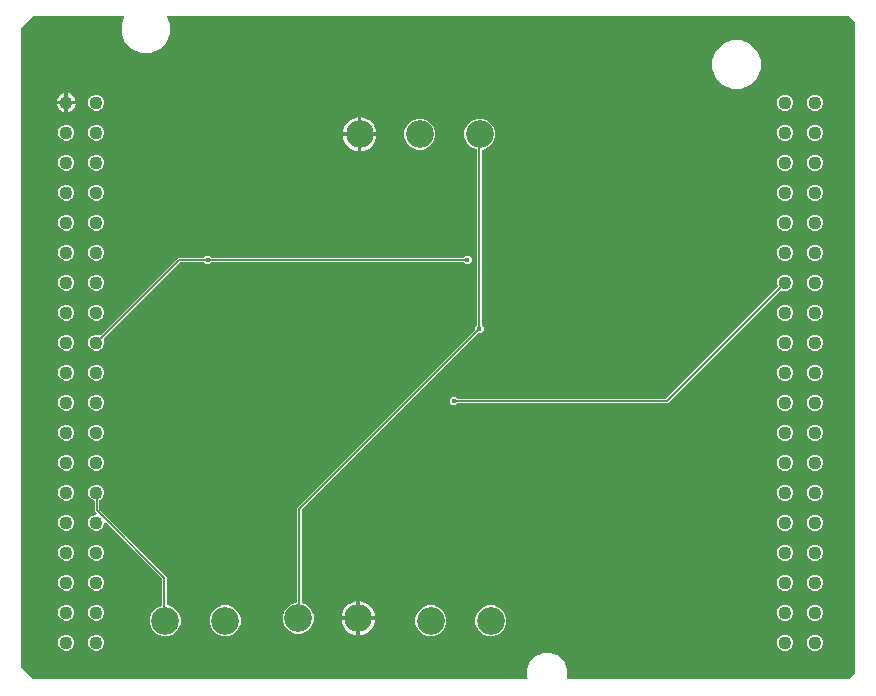
<source format=gbr>
G04 EAGLE Gerber RS-274X export*
G75*
%MOMM*%
%FSLAX34Y34*%
%LPD*%
%INBottom Copper*%
%IPPOS*%
%AMOC8*
5,1,8,0,0,1.08239X$1,22.5*%
G01*
%ADD10C,1.108000*%
%ADD11C,2.340000*%
%ADD12C,0.127000*%
%ADD13C,0.452400*%

G36*
X432891Y4246D02*
X432891Y4246D01*
X432937Y4244D01*
X433012Y4266D01*
X433088Y4279D01*
X433129Y4300D01*
X433173Y4313D01*
X433237Y4357D01*
X433306Y4394D01*
X433337Y4427D01*
X433375Y4453D01*
X433422Y4515D01*
X433475Y4572D01*
X433494Y4614D01*
X433522Y4650D01*
X433546Y4724D01*
X433579Y4795D01*
X433584Y4841D01*
X433598Y4884D01*
X433597Y4962D01*
X433606Y5039D01*
X433596Y5084D01*
X433596Y5130D01*
X433558Y5262D01*
X433554Y5280D01*
X433551Y5284D01*
X433549Y5291D01*
X432999Y6618D01*
X432999Y13382D01*
X435587Y19630D01*
X440370Y24413D01*
X446618Y27001D01*
X453382Y27001D01*
X459630Y24413D01*
X464413Y19630D01*
X467001Y13382D01*
X467001Y6618D01*
X466451Y5291D01*
X466441Y5247D01*
X466421Y5205D01*
X466413Y5128D01*
X466395Y5052D01*
X466399Y5006D01*
X466394Y4961D01*
X466411Y4884D01*
X466418Y4807D01*
X466437Y4765D01*
X466446Y4720D01*
X466486Y4653D01*
X466518Y4582D01*
X466549Y4548D01*
X466573Y4509D01*
X466632Y4459D01*
X466684Y4401D01*
X466725Y4379D01*
X466759Y4349D01*
X466832Y4320D01*
X466900Y4283D01*
X466945Y4274D01*
X466988Y4257D01*
X467124Y4242D01*
X467142Y4239D01*
X467147Y4240D01*
X467154Y4239D01*
X705000Y4239D01*
X705090Y4254D01*
X705181Y4261D01*
X705211Y4273D01*
X705243Y4279D01*
X705323Y4321D01*
X705407Y4357D01*
X705439Y4383D01*
X705460Y4394D01*
X705482Y4417D01*
X705538Y4462D01*
X710538Y9462D01*
X710591Y9536D01*
X710651Y9605D01*
X710663Y9635D01*
X710682Y9661D01*
X710709Y9748D01*
X710743Y9833D01*
X710747Y9874D01*
X710754Y9897D01*
X710753Y9929D01*
X710761Y10000D01*
X710761Y560000D01*
X710747Y560090D01*
X710739Y560181D01*
X710727Y560211D01*
X710722Y560243D01*
X710679Y560323D01*
X710643Y560407D01*
X710617Y560439D01*
X710606Y560460D01*
X710583Y560482D01*
X710538Y560538D01*
X705538Y565538D01*
X705464Y565591D01*
X705395Y565651D01*
X705365Y565663D01*
X705339Y565682D01*
X705252Y565709D01*
X705167Y565743D01*
X705126Y565747D01*
X705103Y565754D01*
X705071Y565753D01*
X705000Y565761D01*
X128872Y565761D01*
X128826Y565754D01*
X128781Y565756D01*
X128706Y565734D01*
X128629Y565722D01*
X128588Y565700D01*
X128544Y565687D01*
X128480Y565643D01*
X128412Y565606D01*
X128380Y565573D01*
X128342Y565547D01*
X128296Y565484D01*
X128242Y565428D01*
X128223Y565386D01*
X128195Y565350D01*
X128171Y565276D01*
X128139Y565205D01*
X128133Y565159D01*
X128119Y565116D01*
X128120Y565038D01*
X128111Y564961D01*
X128121Y564916D01*
X128122Y564870D01*
X128160Y564738D01*
X128164Y564720D01*
X128166Y564716D01*
X128168Y564709D01*
X130501Y559078D01*
X130501Y550922D01*
X127380Y543387D01*
X121613Y537620D01*
X114078Y534499D01*
X105922Y534499D01*
X98387Y537620D01*
X92620Y543387D01*
X89499Y550922D01*
X89499Y559078D01*
X91832Y564709D01*
X91842Y564753D01*
X91861Y564795D01*
X91870Y564872D01*
X91888Y564948D01*
X91883Y564994D01*
X91889Y565039D01*
X91872Y565116D01*
X91865Y565193D01*
X91846Y565235D01*
X91836Y565280D01*
X91796Y565347D01*
X91765Y565418D01*
X91734Y565452D01*
X91710Y565491D01*
X91651Y565542D01*
X91598Y565599D01*
X91558Y565621D01*
X91523Y565651D01*
X91451Y565680D01*
X91383Y565717D01*
X91338Y565726D01*
X91295Y565743D01*
X91159Y565758D01*
X91141Y565761D01*
X91136Y565760D01*
X91128Y565761D01*
X15000Y565761D01*
X14910Y565747D01*
X14819Y565739D01*
X14789Y565727D01*
X14757Y565722D01*
X14677Y565679D01*
X14593Y565643D01*
X14561Y565617D01*
X14540Y565606D01*
X14518Y565583D01*
X14462Y565538D01*
X4462Y555538D01*
X4409Y555464D01*
X4349Y555395D01*
X4337Y555365D01*
X4318Y555339D01*
X4291Y555252D01*
X4257Y555167D01*
X4253Y555126D01*
X4246Y555103D01*
X4247Y555071D01*
X4239Y555000D01*
X4239Y15000D01*
X4254Y14910D01*
X4261Y14819D01*
X4273Y14789D01*
X4279Y14757D01*
X4321Y14677D01*
X4357Y14593D01*
X4383Y14561D01*
X4394Y14540D01*
X4417Y14518D01*
X4462Y14462D01*
X14462Y4462D01*
X14536Y4409D01*
X14605Y4349D01*
X14635Y4337D01*
X14661Y4318D01*
X14748Y4291D01*
X14833Y4257D01*
X14874Y4253D01*
X14897Y4246D01*
X14929Y4247D01*
X15000Y4239D01*
X432846Y4239D01*
X432891Y4246D01*
G37*
%LPC*%
G36*
X236509Y43079D02*
X236509Y43079D01*
X231742Y45054D01*
X228093Y48703D01*
X226118Y53470D01*
X226118Y58630D01*
X228093Y63397D01*
X231742Y67046D01*
X236509Y69021D01*
X237363Y69021D01*
X237383Y69024D01*
X237402Y69022D01*
X237504Y69044D01*
X237606Y69060D01*
X237623Y69070D01*
X237643Y69074D01*
X237732Y69127D01*
X237823Y69176D01*
X237837Y69190D01*
X237854Y69200D01*
X237921Y69279D01*
X237993Y69354D01*
X238001Y69372D01*
X238014Y69387D01*
X238053Y69483D01*
X238096Y69577D01*
X238098Y69597D01*
X238106Y69615D01*
X238124Y69782D01*
X238124Y149379D01*
X388674Y299929D01*
X388727Y300003D01*
X388787Y300073D01*
X388799Y300103D01*
X388818Y300129D01*
X388845Y300216D01*
X388879Y300301D01*
X388883Y300342D01*
X388890Y300364D01*
X388889Y300396D01*
X388897Y300468D01*
X388897Y302453D01*
X390301Y303857D01*
X390354Y303931D01*
X390414Y304001D01*
X390426Y304031D01*
X390445Y304057D01*
X390472Y304144D01*
X390506Y304229D01*
X390510Y304270D01*
X390517Y304292D01*
X390516Y304324D01*
X390524Y304396D01*
X390524Y452208D01*
X390505Y452322D01*
X390488Y452439D01*
X390486Y452444D01*
X390485Y452450D01*
X390430Y452553D01*
X390377Y452658D01*
X390372Y452662D01*
X390369Y452668D01*
X390285Y452748D01*
X390201Y452830D01*
X390195Y452834D01*
X390191Y452837D01*
X390174Y452845D01*
X390054Y452911D01*
X385364Y454854D01*
X381715Y458503D01*
X379740Y463270D01*
X379740Y468430D01*
X381715Y473197D01*
X385364Y476846D01*
X390131Y478821D01*
X395291Y478821D01*
X400058Y476846D01*
X403707Y473197D01*
X405682Y468430D01*
X405682Y463270D01*
X403707Y458503D01*
X400058Y454854D01*
X395291Y452879D01*
X395097Y452879D01*
X395077Y452876D01*
X395058Y452878D01*
X394956Y452856D01*
X394854Y452840D01*
X394837Y452830D01*
X394817Y452826D01*
X394728Y452773D01*
X394637Y452724D01*
X394623Y452710D01*
X394606Y452700D01*
X394539Y452621D01*
X394467Y452546D01*
X394459Y452528D01*
X394446Y452513D01*
X394407Y452417D01*
X394364Y452323D01*
X394362Y452303D01*
X394354Y452285D01*
X394336Y452118D01*
X394336Y304396D01*
X394350Y304306D01*
X394358Y304215D01*
X394370Y304185D01*
X394375Y304153D01*
X394418Y304072D01*
X394454Y303988D01*
X394480Y303956D01*
X394491Y303935D01*
X394514Y303913D01*
X394559Y303857D01*
X395963Y302453D01*
X395963Y299527D01*
X393893Y297457D01*
X391908Y297457D01*
X391818Y297443D01*
X391727Y297435D01*
X391697Y297423D01*
X391665Y297418D01*
X391584Y297375D01*
X391500Y297339D01*
X391468Y297313D01*
X391448Y297302D01*
X391425Y297279D01*
X391369Y297234D01*
X242159Y148024D01*
X242106Y147950D01*
X242046Y147880D01*
X242034Y147850D01*
X242015Y147824D01*
X241988Y147737D01*
X241954Y147652D01*
X241950Y147611D01*
X241943Y147589D01*
X241944Y147557D01*
X241936Y147485D01*
X241936Y69419D01*
X241955Y69304D01*
X241972Y69188D01*
X241974Y69182D01*
X241975Y69176D01*
X242030Y69074D01*
X242083Y68969D01*
X242088Y68964D01*
X242091Y68959D01*
X242175Y68879D01*
X242259Y68796D01*
X242265Y68793D01*
X242269Y68789D01*
X242286Y68782D01*
X242406Y68716D01*
X246436Y67046D01*
X250085Y63397D01*
X252060Y58630D01*
X252060Y53470D01*
X250085Y48703D01*
X246436Y45054D01*
X241669Y43079D01*
X236509Y43079D01*
G37*
%LPD*%
%LPC*%
G36*
X66645Y282589D02*
X66645Y282589D01*
X64142Y283626D01*
X62226Y285542D01*
X61189Y288045D01*
X61189Y290755D01*
X62226Y293258D01*
X64142Y295174D01*
X66645Y296211D01*
X69355Y296211D01*
X71134Y295474D01*
X71248Y295447D01*
X71361Y295418D01*
X71367Y295419D01*
X71374Y295418D01*
X71490Y295429D01*
X71606Y295438D01*
X71612Y295440D01*
X71618Y295441D01*
X71726Y295488D01*
X71833Y295534D01*
X71839Y295539D01*
X71843Y295541D01*
X71857Y295553D01*
X71964Y295639D01*
X137641Y361316D01*
X159154Y361316D01*
X159244Y361330D01*
X159335Y361338D01*
X159365Y361350D01*
X159397Y361355D01*
X159478Y361398D01*
X159562Y361434D01*
X159594Y361460D01*
X159614Y361471D01*
X159637Y361494D01*
X159693Y361539D01*
X161097Y362943D01*
X164023Y362943D01*
X165427Y361539D01*
X165501Y361486D01*
X165571Y361426D01*
X165601Y361414D01*
X165627Y361395D01*
X165714Y361368D01*
X165799Y361334D01*
X165840Y361330D01*
X165862Y361323D01*
X165894Y361324D01*
X165966Y361316D01*
X378864Y361316D01*
X378954Y361330D01*
X379045Y361338D01*
X379075Y361350D01*
X379107Y361355D01*
X379188Y361398D01*
X379272Y361434D01*
X379304Y361460D01*
X379324Y361471D01*
X379347Y361494D01*
X379403Y361539D01*
X380807Y362943D01*
X383733Y362943D01*
X385803Y360873D01*
X385803Y357947D01*
X383733Y355877D01*
X380807Y355877D01*
X379403Y357281D01*
X379329Y357334D01*
X379259Y357394D01*
X379229Y357406D01*
X379203Y357425D01*
X379116Y357452D01*
X379031Y357486D01*
X378990Y357490D01*
X378968Y357497D01*
X378936Y357496D01*
X378864Y357504D01*
X165966Y357504D01*
X165876Y357490D01*
X165785Y357482D01*
X165755Y357470D01*
X165723Y357465D01*
X165642Y357422D01*
X165558Y357386D01*
X165526Y357360D01*
X165506Y357349D01*
X165483Y357326D01*
X165427Y357281D01*
X164023Y355877D01*
X161097Y355877D01*
X159693Y357281D01*
X159619Y357334D01*
X159549Y357394D01*
X159519Y357406D01*
X159493Y357425D01*
X159406Y357452D01*
X159321Y357486D01*
X159280Y357490D01*
X159258Y357497D01*
X159226Y357496D01*
X159154Y357504D01*
X139535Y357504D01*
X139445Y357490D01*
X139354Y357482D01*
X139324Y357470D01*
X139292Y357465D01*
X139211Y357422D01*
X139127Y357386D01*
X139095Y357360D01*
X139075Y357349D01*
X139052Y357326D01*
X138996Y357281D01*
X74485Y292770D01*
X74417Y292675D01*
X74347Y292581D01*
X74345Y292575D01*
X74341Y292570D01*
X74307Y292459D01*
X74271Y292347D01*
X74271Y292341D01*
X74269Y292335D01*
X74272Y292218D01*
X74273Y292101D01*
X74275Y292094D01*
X74275Y292089D01*
X74282Y292072D01*
X74320Y291940D01*
X74811Y290755D01*
X74811Y288045D01*
X73774Y285542D01*
X71858Y283626D01*
X69355Y282589D01*
X66645Y282589D01*
G37*
%LPD*%
%LPC*%
G36*
X369377Y236497D02*
X369377Y236497D01*
X367307Y238567D01*
X367307Y241493D01*
X369377Y243563D01*
X372303Y243563D01*
X373707Y242159D01*
X373781Y242106D01*
X373851Y242046D01*
X373881Y242034D01*
X373907Y242015D01*
X373994Y241988D01*
X374079Y241954D01*
X374120Y241950D01*
X374142Y241943D01*
X374174Y241944D01*
X374246Y241936D01*
X550075Y241936D01*
X550165Y241950D01*
X550256Y241958D01*
X550286Y241970D01*
X550318Y241975D01*
X550399Y242018D01*
X550483Y242054D01*
X550515Y242080D01*
X550535Y242091D01*
X550558Y242114D01*
X550614Y242159D01*
X644882Y336427D01*
X644950Y336521D01*
X645020Y336616D01*
X645022Y336622D01*
X645026Y336627D01*
X645060Y336738D01*
X645096Y336850D01*
X645096Y336856D01*
X645098Y336862D01*
X645095Y336979D01*
X645094Y337096D01*
X645092Y337103D01*
X645092Y337108D01*
X645085Y337126D01*
X645047Y337257D01*
X644389Y338845D01*
X644389Y341555D01*
X645426Y344058D01*
X647342Y345974D01*
X649845Y347011D01*
X652555Y347011D01*
X655058Y345974D01*
X656974Y344058D01*
X658011Y341555D01*
X658011Y338845D01*
X656974Y336342D01*
X655058Y334426D01*
X652555Y333389D01*
X649845Y333389D01*
X648469Y333959D01*
X648355Y333986D01*
X648242Y334015D01*
X648236Y334014D01*
X648230Y334015D01*
X648113Y334004D01*
X647997Y333995D01*
X647991Y333993D01*
X647985Y333992D01*
X647877Y333945D01*
X647770Y333899D01*
X647765Y333894D01*
X647760Y333892D01*
X647746Y333880D01*
X647639Y333794D01*
X551969Y238124D01*
X374246Y238124D01*
X374156Y238110D01*
X374065Y238102D01*
X374035Y238090D01*
X374003Y238085D01*
X373922Y238042D01*
X373838Y238006D01*
X373806Y237980D01*
X373786Y237969D01*
X373763Y237946D01*
X373707Y237901D01*
X372303Y236497D01*
X369377Y236497D01*
G37*
%LPD*%
%LPC*%
G36*
X605922Y504499D02*
X605922Y504499D01*
X598387Y507620D01*
X592620Y513387D01*
X589499Y520922D01*
X589499Y529078D01*
X592620Y536613D01*
X598387Y542380D01*
X605922Y545501D01*
X614078Y545501D01*
X621613Y542380D01*
X627380Y536613D01*
X630501Y529078D01*
X630501Y520922D01*
X627380Y513387D01*
X621613Y507620D01*
X614078Y504499D01*
X605922Y504499D01*
G37*
%LPD*%
%LPC*%
G36*
X123909Y41079D02*
X123909Y41079D01*
X119142Y43054D01*
X115493Y46703D01*
X113518Y51470D01*
X113518Y56630D01*
X115493Y61397D01*
X119142Y65046D01*
X123354Y66791D01*
X123454Y66853D01*
X123554Y66913D01*
X123558Y66917D01*
X123563Y66921D01*
X123638Y67011D01*
X123714Y67099D01*
X123716Y67105D01*
X123720Y67110D01*
X123761Y67218D01*
X123806Y67328D01*
X123807Y67335D01*
X123808Y67340D01*
X123809Y67358D01*
X123824Y67494D01*
X123824Y89065D01*
X123810Y89155D01*
X123802Y89246D01*
X123790Y89276D01*
X123785Y89308D01*
X123742Y89389D01*
X123706Y89473D01*
X123680Y89505D01*
X123669Y89525D01*
X123646Y89548D01*
X123601Y89604D01*
X76110Y137095D01*
X76052Y137136D01*
X76000Y137186D01*
X75953Y137208D01*
X75911Y137238D01*
X75842Y137259D01*
X75777Y137289D01*
X75725Y137295D01*
X75675Y137311D01*
X75604Y137309D01*
X75533Y137317D01*
X75482Y137306D01*
X75430Y137304D01*
X75362Y137280D01*
X75292Y137264D01*
X75247Y137238D01*
X75199Y137220D01*
X75143Y137175D01*
X75081Y137138D01*
X75047Y137099D01*
X75007Y137066D01*
X74968Y137006D01*
X74921Y136951D01*
X74902Y136903D01*
X74874Y136859D01*
X74856Y136790D01*
X74829Y136723D01*
X74821Y136652D01*
X74813Y136621D01*
X74815Y136597D01*
X74811Y136556D01*
X74811Y135645D01*
X73774Y133142D01*
X71858Y131226D01*
X69355Y130189D01*
X66645Y130189D01*
X64142Y131226D01*
X62226Y133142D01*
X61189Y135645D01*
X61189Y138355D01*
X62226Y140858D01*
X64142Y142774D01*
X66645Y143811D01*
X67556Y143811D01*
X67627Y143822D01*
X67699Y143824D01*
X67748Y143842D01*
X67799Y143850D01*
X67862Y143884D01*
X67930Y143909D01*
X67970Y143941D01*
X68016Y143966D01*
X68066Y144018D01*
X68122Y144062D01*
X68150Y144106D01*
X68186Y144144D01*
X68216Y144209D01*
X68255Y144269D01*
X68268Y144320D01*
X68289Y144367D01*
X68297Y144438D01*
X68315Y144508D01*
X68311Y144560D01*
X68317Y144611D01*
X68301Y144682D01*
X68296Y144753D01*
X68275Y144801D01*
X68264Y144852D01*
X68228Y144913D01*
X68199Y144979D01*
X68155Y145035D01*
X68138Y145063D01*
X68120Y145078D01*
X68095Y145110D01*
X66674Y146531D01*
X66674Y155069D01*
X66655Y155183D01*
X66638Y155300D01*
X66636Y155305D01*
X66635Y155311D01*
X66580Y155414D01*
X66527Y155519D01*
X66522Y155523D01*
X66519Y155529D01*
X66435Y155609D01*
X66351Y155691D01*
X66345Y155695D01*
X66341Y155698D01*
X66324Y155706D01*
X66204Y155772D01*
X64142Y156626D01*
X62226Y158542D01*
X61189Y161045D01*
X61189Y163755D01*
X62226Y166258D01*
X64142Y168174D01*
X66645Y169211D01*
X69355Y169211D01*
X71858Y168174D01*
X73774Y166258D01*
X74811Y163755D01*
X74811Y161045D01*
X73774Y158542D01*
X71858Y156626D01*
X70956Y156252D01*
X70856Y156190D01*
X70756Y156131D01*
X70752Y156126D01*
X70747Y156123D01*
X70672Y156032D01*
X70596Y155944D01*
X70594Y155938D01*
X70590Y155933D01*
X70548Y155825D01*
X70504Y155716D01*
X70503Y155708D01*
X70502Y155704D01*
X70501Y155685D01*
X70486Y155549D01*
X70486Y148425D01*
X70500Y148335D01*
X70508Y148244D01*
X70520Y148214D01*
X70525Y148182D01*
X70568Y148101D01*
X70604Y148017D01*
X70630Y147985D01*
X70641Y147965D01*
X70664Y147942D01*
X70709Y147886D01*
X127636Y90959D01*
X127636Y67782D01*
X127639Y67762D01*
X127637Y67743D01*
X127659Y67641D01*
X127675Y67539D01*
X127685Y67522D01*
X127689Y67502D01*
X127742Y67413D01*
X127791Y67322D01*
X127805Y67308D01*
X127815Y67291D01*
X127894Y67224D01*
X127969Y67152D01*
X127987Y67144D01*
X128002Y67131D01*
X128098Y67092D01*
X128192Y67049D01*
X128212Y67047D01*
X128230Y67039D01*
X128397Y67021D01*
X129069Y67021D01*
X133836Y65046D01*
X137485Y61397D01*
X139460Y56630D01*
X139460Y51470D01*
X137485Y46703D01*
X133836Y43054D01*
X129069Y41079D01*
X123909Y41079D01*
G37*
%LPD*%
%LPC*%
G36*
X174709Y41079D02*
X174709Y41079D01*
X169942Y43054D01*
X166293Y46703D01*
X164318Y51470D01*
X164318Y56630D01*
X166293Y61397D01*
X169942Y65046D01*
X174709Y67021D01*
X179869Y67021D01*
X184636Y65046D01*
X188285Y61397D01*
X190260Y56630D01*
X190260Y51470D01*
X188285Y46703D01*
X184636Y43054D01*
X179869Y41079D01*
X174709Y41079D01*
G37*
%LPD*%
%LPC*%
G36*
X339331Y452879D02*
X339331Y452879D01*
X334564Y454854D01*
X330915Y458503D01*
X328940Y463270D01*
X328940Y468430D01*
X330915Y473197D01*
X334564Y476846D01*
X339331Y478821D01*
X344491Y478821D01*
X349258Y476846D01*
X352907Y473197D01*
X354882Y468430D01*
X354882Y463270D01*
X352907Y458503D01*
X349258Y454854D01*
X344491Y452879D01*
X339331Y452879D01*
G37*
%LPD*%
%LPC*%
G36*
X399409Y41079D02*
X399409Y41079D01*
X394642Y43054D01*
X390993Y46703D01*
X389018Y51470D01*
X389018Y56630D01*
X390993Y61397D01*
X394642Y65046D01*
X399409Y67021D01*
X404569Y67021D01*
X409336Y65046D01*
X412985Y61397D01*
X414960Y56630D01*
X414960Y51470D01*
X412985Y46703D01*
X409336Y43054D01*
X404569Y41079D01*
X399409Y41079D01*
G37*
%LPD*%
%LPC*%
G36*
X348609Y41079D02*
X348609Y41079D01*
X343842Y43054D01*
X340193Y46703D01*
X338218Y51470D01*
X338218Y56630D01*
X340193Y61397D01*
X343842Y65046D01*
X348609Y67021D01*
X353769Y67021D01*
X358536Y65046D01*
X362185Y61397D01*
X364160Y56630D01*
X364160Y51470D01*
X362185Y46703D01*
X358536Y43054D01*
X353769Y41079D01*
X348609Y41079D01*
G37*
%LPD*%
%LPC*%
G36*
X41245Y53989D02*
X41245Y53989D01*
X38742Y55026D01*
X36826Y56942D01*
X35789Y59445D01*
X35789Y62155D01*
X36826Y64658D01*
X38742Y66574D01*
X41245Y67611D01*
X43955Y67611D01*
X46458Y66574D01*
X48374Y64658D01*
X49411Y62155D01*
X49411Y59445D01*
X48374Y56942D01*
X46458Y55026D01*
X43955Y53989D01*
X41245Y53989D01*
G37*
%LPD*%
%LPC*%
G36*
X41245Y28589D02*
X41245Y28589D01*
X38742Y29626D01*
X36826Y31542D01*
X35789Y34045D01*
X35789Y36755D01*
X36826Y39258D01*
X38742Y41174D01*
X41245Y42211D01*
X43955Y42211D01*
X46458Y41174D01*
X48374Y39258D01*
X49411Y36755D01*
X49411Y34045D01*
X48374Y31542D01*
X46458Y29626D01*
X43955Y28589D01*
X41245Y28589D01*
G37*
%LPD*%
%LPC*%
G36*
X649845Y485789D02*
X649845Y485789D01*
X647342Y486826D01*
X645426Y488742D01*
X644389Y491245D01*
X644389Y493955D01*
X645426Y496458D01*
X647342Y498374D01*
X649845Y499411D01*
X652555Y499411D01*
X655058Y498374D01*
X656974Y496458D01*
X658011Y493955D01*
X658011Y491245D01*
X656974Y488742D01*
X655058Y486826D01*
X652555Y485789D01*
X649845Y485789D01*
G37*
%LPD*%
%LPC*%
G36*
X66645Y485789D02*
X66645Y485789D01*
X64142Y486826D01*
X62226Y488742D01*
X61189Y491245D01*
X61189Y493955D01*
X62226Y496458D01*
X64142Y498374D01*
X66645Y499411D01*
X69355Y499411D01*
X71858Y498374D01*
X73774Y496458D01*
X74811Y493955D01*
X74811Y491245D01*
X73774Y488742D01*
X71858Y486826D01*
X69355Y485789D01*
X66645Y485789D01*
G37*
%LPD*%
%LPC*%
G36*
X675245Y485789D02*
X675245Y485789D01*
X672742Y486826D01*
X670826Y488742D01*
X669789Y491245D01*
X669789Y493955D01*
X670826Y496458D01*
X672742Y498374D01*
X675245Y499411D01*
X677955Y499411D01*
X680458Y498374D01*
X682374Y496458D01*
X683411Y493955D01*
X683411Y491245D01*
X682374Y488742D01*
X680458Y486826D01*
X677955Y485789D01*
X675245Y485789D01*
G37*
%LPD*%
%LPC*%
G36*
X675245Y28589D02*
X675245Y28589D01*
X672742Y29626D01*
X670826Y31542D01*
X669789Y34045D01*
X669789Y36755D01*
X670826Y39258D01*
X672742Y41174D01*
X675245Y42211D01*
X677955Y42211D01*
X680458Y41174D01*
X682374Y39258D01*
X683411Y36755D01*
X683411Y34045D01*
X682374Y31542D01*
X680458Y29626D01*
X677955Y28589D01*
X675245Y28589D01*
G37*
%LPD*%
%LPC*%
G36*
X649845Y28589D02*
X649845Y28589D01*
X647342Y29626D01*
X645426Y31542D01*
X644389Y34045D01*
X644389Y36755D01*
X645426Y39258D01*
X647342Y41174D01*
X649845Y42211D01*
X652555Y42211D01*
X655058Y41174D01*
X656974Y39258D01*
X658011Y36755D01*
X658011Y34045D01*
X656974Y31542D01*
X655058Y29626D01*
X652555Y28589D01*
X649845Y28589D01*
G37*
%LPD*%
%LPC*%
G36*
X66645Y28589D02*
X66645Y28589D01*
X64142Y29626D01*
X62226Y31542D01*
X61189Y34045D01*
X61189Y36755D01*
X62226Y39258D01*
X64142Y41174D01*
X66645Y42211D01*
X69355Y42211D01*
X71858Y41174D01*
X73774Y39258D01*
X74811Y36755D01*
X74811Y34045D01*
X73774Y31542D01*
X71858Y29626D01*
X69355Y28589D01*
X66645Y28589D01*
G37*
%LPD*%
%LPC*%
G36*
X675245Y460389D02*
X675245Y460389D01*
X672742Y461426D01*
X670826Y463342D01*
X669789Y465845D01*
X669789Y468555D01*
X670826Y471058D01*
X672742Y472974D01*
X675245Y474011D01*
X677955Y474011D01*
X680458Y472974D01*
X682374Y471058D01*
X683411Y468555D01*
X683411Y465845D01*
X682374Y463342D01*
X680458Y461426D01*
X677955Y460389D01*
X675245Y460389D01*
G37*
%LPD*%
%LPC*%
G36*
X649845Y460389D02*
X649845Y460389D01*
X647342Y461426D01*
X645426Y463342D01*
X644389Y465845D01*
X644389Y468555D01*
X645426Y471058D01*
X647342Y472974D01*
X649845Y474011D01*
X652555Y474011D01*
X655058Y472974D01*
X656974Y471058D01*
X658011Y468555D01*
X658011Y465845D01*
X656974Y463342D01*
X655058Y461426D01*
X652555Y460389D01*
X649845Y460389D01*
G37*
%LPD*%
%LPC*%
G36*
X66645Y460389D02*
X66645Y460389D01*
X64142Y461426D01*
X62226Y463342D01*
X61189Y465845D01*
X61189Y468555D01*
X62226Y471058D01*
X64142Y472974D01*
X66645Y474011D01*
X69355Y474011D01*
X71858Y472974D01*
X73774Y471058D01*
X74811Y468555D01*
X74811Y465845D01*
X73774Y463342D01*
X71858Y461426D01*
X69355Y460389D01*
X66645Y460389D01*
G37*
%LPD*%
%LPC*%
G36*
X41245Y460389D02*
X41245Y460389D01*
X38742Y461426D01*
X36826Y463342D01*
X35789Y465845D01*
X35789Y468555D01*
X36826Y471058D01*
X38742Y472974D01*
X41245Y474011D01*
X43955Y474011D01*
X46458Y472974D01*
X48374Y471058D01*
X49411Y468555D01*
X49411Y465845D01*
X48374Y463342D01*
X46458Y461426D01*
X43955Y460389D01*
X41245Y460389D01*
G37*
%LPD*%
%LPC*%
G36*
X41245Y434989D02*
X41245Y434989D01*
X38742Y436026D01*
X36826Y437942D01*
X35789Y440445D01*
X35789Y443155D01*
X36826Y445658D01*
X38742Y447574D01*
X41245Y448611D01*
X43955Y448611D01*
X46458Y447574D01*
X48374Y445658D01*
X49411Y443155D01*
X49411Y440445D01*
X48374Y437942D01*
X46458Y436026D01*
X43955Y434989D01*
X41245Y434989D01*
G37*
%LPD*%
%LPC*%
G36*
X675245Y434989D02*
X675245Y434989D01*
X672742Y436026D01*
X670826Y437942D01*
X669789Y440445D01*
X669789Y443155D01*
X670826Y445658D01*
X672742Y447574D01*
X675245Y448611D01*
X677955Y448611D01*
X680458Y447574D01*
X682374Y445658D01*
X683411Y443155D01*
X683411Y440445D01*
X682374Y437942D01*
X680458Y436026D01*
X677955Y434989D01*
X675245Y434989D01*
G37*
%LPD*%
%LPC*%
G36*
X649845Y434989D02*
X649845Y434989D01*
X647342Y436026D01*
X645426Y437942D01*
X644389Y440445D01*
X644389Y443155D01*
X645426Y445658D01*
X647342Y447574D01*
X649845Y448611D01*
X652555Y448611D01*
X655058Y447574D01*
X656974Y445658D01*
X658011Y443155D01*
X658011Y440445D01*
X656974Y437942D01*
X655058Y436026D01*
X652555Y434989D01*
X649845Y434989D01*
G37*
%LPD*%
%LPC*%
G36*
X66645Y434989D02*
X66645Y434989D01*
X64142Y436026D01*
X62226Y437942D01*
X61189Y440445D01*
X61189Y443155D01*
X62226Y445658D01*
X64142Y447574D01*
X66645Y448611D01*
X69355Y448611D01*
X71858Y447574D01*
X73774Y445658D01*
X74811Y443155D01*
X74811Y440445D01*
X73774Y437942D01*
X71858Y436026D01*
X69355Y434989D01*
X66645Y434989D01*
G37*
%LPD*%
%LPC*%
G36*
X675245Y409589D02*
X675245Y409589D01*
X672742Y410626D01*
X670826Y412542D01*
X669789Y415045D01*
X669789Y417755D01*
X670826Y420258D01*
X672742Y422174D01*
X675245Y423211D01*
X677955Y423211D01*
X680458Y422174D01*
X682374Y420258D01*
X683411Y417755D01*
X683411Y415045D01*
X682374Y412542D01*
X680458Y410626D01*
X677955Y409589D01*
X675245Y409589D01*
G37*
%LPD*%
%LPC*%
G36*
X649845Y409589D02*
X649845Y409589D01*
X647342Y410626D01*
X645426Y412542D01*
X644389Y415045D01*
X644389Y417755D01*
X645426Y420258D01*
X647342Y422174D01*
X649845Y423211D01*
X652555Y423211D01*
X655058Y422174D01*
X656974Y420258D01*
X658011Y417755D01*
X658011Y415045D01*
X656974Y412542D01*
X655058Y410626D01*
X652555Y409589D01*
X649845Y409589D01*
G37*
%LPD*%
%LPC*%
G36*
X66645Y409589D02*
X66645Y409589D01*
X64142Y410626D01*
X62226Y412542D01*
X61189Y415045D01*
X61189Y417755D01*
X62226Y420258D01*
X64142Y422174D01*
X66645Y423211D01*
X69355Y423211D01*
X71858Y422174D01*
X73774Y420258D01*
X74811Y417755D01*
X74811Y415045D01*
X73774Y412542D01*
X71858Y410626D01*
X69355Y409589D01*
X66645Y409589D01*
G37*
%LPD*%
%LPC*%
G36*
X41245Y409589D02*
X41245Y409589D01*
X38742Y410626D01*
X36826Y412542D01*
X35789Y415045D01*
X35789Y417755D01*
X36826Y420258D01*
X38742Y422174D01*
X41245Y423211D01*
X43955Y423211D01*
X46458Y422174D01*
X48374Y420258D01*
X49411Y417755D01*
X49411Y415045D01*
X48374Y412542D01*
X46458Y410626D01*
X43955Y409589D01*
X41245Y409589D01*
G37*
%LPD*%
%LPC*%
G36*
X675245Y384189D02*
X675245Y384189D01*
X672742Y385226D01*
X670826Y387142D01*
X669789Y389645D01*
X669789Y392355D01*
X670826Y394858D01*
X672742Y396774D01*
X675245Y397811D01*
X677955Y397811D01*
X680458Y396774D01*
X682374Y394858D01*
X683411Y392355D01*
X683411Y389645D01*
X682374Y387142D01*
X680458Y385226D01*
X677955Y384189D01*
X675245Y384189D01*
G37*
%LPD*%
%LPC*%
G36*
X649845Y384189D02*
X649845Y384189D01*
X647342Y385226D01*
X645426Y387142D01*
X644389Y389645D01*
X644389Y392355D01*
X645426Y394858D01*
X647342Y396774D01*
X649845Y397811D01*
X652555Y397811D01*
X655058Y396774D01*
X656974Y394858D01*
X658011Y392355D01*
X658011Y389645D01*
X656974Y387142D01*
X655058Y385226D01*
X652555Y384189D01*
X649845Y384189D01*
G37*
%LPD*%
%LPC*%
G36*
X66645Y384189D02*
X66645Y384189D01*
X64142Y385226D01*
X62226Y387142D01*
X61189Y389645D01*
X61189Y392355D01*
X62226Y394858D01*
X64142Y396774D01*
X66645Y397811D01*
X69355Y397811D01*
X71858Y396774D01*
X73774Y394858D01*
X74811Y392355D01*
X74811Y389645D01*
X73774Y387142D01*
X71858Y385226D01*
X69355Y384189D01*
X66645Y384189D01*
G37*
%LPD*%
%LPC*%
G36*
X41245Y384189D02*
X41245Y384189D01*
X38742Y385226D01*
X36826Y387142D01*
X35789Y389645D01*
X35789Y392355D01*
X36826Y394858D01*
X38742Y396774D01*
X41245Y397811D01*
X43955Y397811D01*
X46458Y396774D01*
X48374Y394858D01*
X49411Y392355D01*
X49411Y389645D01*
X48374Y387142D01*
X46458Y385226D01*
X43955Y384189D01*
X41245Y384189D01*
G37*
%LPD*%
%LPC*%
G36*
X675245Y358789D02*
X675245Y358789D01*
X672742Y359826D01*
X670826Y361742D01*
X669789Y364245D01*
X669789Y366955D01*
X670826Y369458D01*
X672742Y371374D01*
X675245Y372411D01*
X677955Y372411D01*
X680458Y371374D01*
X682374Y369458D01*
X683411Y366955D01*
X683411Y364245D01*
X682374Y361742D01*
X680458Y359826D01*
X677955Y358789D01*
X675245Y358789D01*
G37*
%LPD*%
%LPC*%
G36*
X649845Y358789D02*
X649845Y358789D01*
X647342Y359826D01*
X645426Y361742D01*
X644389Y364245D01*
X644389Y366955D01*
X645426Y369458D01*
X647342Y371374D01*
X649845Y372411D01*
X652555Y372411D01*
X655058Y371374D01*
X656974Y369458D01*
X658011Y366955D01*
X658011Y364245D01*
X656974Y361742D01*
X655058Y359826D01*
X652555Y358789D01*
X649845Y358789D01*
G37*
%LPD*%
%LPC*%
G36*
X66645Y358789D02*
X66645Y358789D01*
X64142Y359826D01*
X62226Y361742D01*
X61189Y364245D01*
X61189Y366955D01*
X62226Y369458D01*
X64142Y371374D01*
X66645Y372411D01*
X69355Y372411D01*
X71858Y371374D01*
X73774Y369458D01*
X74811Y366955D01*
X74811Y364245D01*
X73774Y361742D01*
X71858Y359826D01*
X69355Y358789D01*
X66645Y358789D01*
G37*
%LPD*%
%LPC*%
G36*
X41245Y358789D02*
X41245Y358789D01*
X38742Y359826D01*
X36826Y361742D01*
X35789Y364245D01*
X35789Y366955D01*
X36826Y369458D01*
X38742Y371374D01*
X41245Y372411D01*
X43955Y372411D01*
X46458Y371374D01*
X48374Y369458D01*
X49411Y366955D01*
X49411Y364245D01*
X48374Y361742D01*
X46458Y359826D01*
X43955Y358789D01*
X41245Y358789D01*
G37*
%LPD*%
%LPC*%
G36*
X675245Y333389D02*
X675245Y333389D01*
X672742Y334426D01*
X670826Y336342D01*
X669789Y338845D01*
X669789Y341555D01*
X670826Y344058D01*
X672742Y345974D01*
X675245Y347011D01*
X677955Y347011D01*
X680458Y345974D01*
X682374Y344058D01*
X683411Y341555D01*
X683411Y338845D01*
X682374Y336342D01*
X680458Y334426D01*
X677955Y333389D01*
X675245Y333389D01*
G37*
%LPD*%
%LPC*%
G36*
X66645Y333389D02*
X66645Y333389D01*
X64142Y334426D01*
X62226Y336342D01*
X61189Y338845D01*
X61189Y341555D01*
X62226Y344058D01*
X64142Y345974D01*
X66645Y347011D01*
X69355Y347011D01*
X71858Y345974D01*
X73774Y344058D01*
X74811Y341555D01*
X74811Y338845D01*
X73774Y336342D01*
X71858Y334426D01*
X69355Y333389D01*
X66645Y333389D01*
G37*
%LPD*%
%LPC*%
G36*
X41245Y333389D02*
X41245Y333389D01*
X38742Y334426D01*
X36826Y336342D01*
X35789Y338845D01*
X35789Y341555D01*
X36826Y344058D01*
X38742Y345974D01*
X41245Y347011D01*
X43955Y347011D01*
X46458Y345974D01*
X48374Y344058D01*
X49411Y341555D01*
X49411Y338845D01*
X48374Y336342D01*
X46458Y334426D01*
X43955Y333389D01*
X41245Y333389D01*
G37*
%LPD*%
%LPC*%
G36*
X66645Y307989D02*
X66645Y307989D01*
X64142Y309026D01*
X62226Y310942D01*
X61189Y313445D01*
X61189Y316155D01*
X62226Y318658D01*
X64142Y320574D01*
X66645Y321611D01*
X69355Y321611D01*
X71858Y320574D01*
X73774Y318658D01*
X74811Y316155D01*
X74811Y313445D01*
X73774Y310942D01*
X71858Y309026D01*
X69355Y307989D01*
X66645Y307989D01*
G37*
%LPD*%
%LPC*%
G36*
X649845Y307989D02*
X649845Y307989D01*
X647342Y309026D01*
X645426Y310942D01*
X644389Y313445D01*
X644389Y316155D01*
X645426Y318658D01*
X647342Y320574D01*
X649845Y321611D01*
X652555Y321611D01*
X655058Y320574D01*
X656974Y318658D01*
X658011Y316155D01*
X658011Y313445D01*
X656974Y310942D01*
X655058Y309026D01*
X652555Y307989D01*
X649845Y307989D01*
G37*
%LPD*%
%LPC*%
G36*
X675245Y307989D02*
X675245Y307989D01*
X672742Y309026D01*
X670826Y310942D01*
X669789Y313445D01*
X669789Y316155D01*
X670826Y318658D01*
X672742Y320574D01*
X675245Y321611D01*
X677955Y321611D01*
X680458Y320574D01*
X682374Y318658D01*
X683411Y316155D01*
X683411Y313445D01*
X682374Y310942D01*
X680458Y309026D01*
X677955Y307989D01*
X675245Y307989D01*
G37*
%LPD*%
%LPC*%
G36*
X41245Y307989D02*
X41245Y307989D01*
X38742Y309026D01*
X36826Y310942D01*
X35789Y313445D01*
X35789Y316155D01*
X36826Y318658D01*
X38742Y320574D01*
X41245Y321611D01*
X43955Y321611D01*
X46458Y320574D01*
X48374Y318658D01*
X49411Y316155D01*
X49411Y313445D01*
X48374Y310942D01*
X46458Y309026D01*
X43955Y307989D01*
X41245Y307989D01*
G37*
%LPD*%
%LPC*%
G36*
X675245Y282589D02*
X675245Y282589D01*
X672742Y283626D01*
X670826Y285542D01*
X669789Y288045D01*
X669789Y290755D01*
X670826Y293258D01*
X672742Y295174D01*
X675245Y296211D01*
X677955Y296211D01*
X680458Y295174D01*
X682374Y293258D01*
X683411Y290755D01*
X683411Y288045D01*
X682374Y285542D01*
X680458Y283626D01*
X677955Y282589D01*
X675245Y282589D01*
G37*
%LPD*%
%LPC*%
G36*
X649845Y282589D02*
X649845Y282589D01*
X647342Y283626D01*
X645426Y285542D01*
X644389Y288045D01*
X644389Y290755D01*
X645426Y293258D01*
X647342Y295174D01*
X649845Y296211D01*
X652555Y296211D01*
X655058Y295174D01*
X656974Y293258D01*
X658011Y290755D01*
X658011Y288045D01*
X656974Y285542D01*
X655058Y283626D01*
X652555Y282589D01*
X649845Y282589D01*
G37*
%LPD*%
%LPC*%
G36*
X41245Y282589D02*
X41245Y282589D01*
X38742Y283626D01*
X36826Y285542D01*
X35789Y288045D01*
X35789Y290755D01*
X36826Y293258D01*
X38742Y295174D01*
X41245Y296211D01*
X43955Y296211D01*
X46458Y295174D01*
X48374Y293258D01*
X49411Y290755D01*
X49411Y288045D01*
X48374Y285542D01*
X46458Y283626D01*
X43955Y282589D01*
X41245Y282589D01*
G37*
%LPD*%
%LPC*%
G36*
X41245Y257189D02*
X41245Y257189D01*
X38742Y258226D01*
X36826Y260142D01*
X35789Y262645D01*
X35789Y265355D01*
X36826Y267858D01*
X38742Y269774D01*
X41245Y270811D01*
X43955Y270811D01*
X46458Y269774D01*
X48374Y267858D01*
X49411Y265355D01*
X49411Y262645D01*
X48374Y260142D01*
X46458Y258226D01*
X43955Y257189D01*
X41245Y257189D01*
G37*
%LPD*%
%LPC*%
G36*
X675245Y257189D02*
X675245Y257189D01*
X672742Y258226D01*
X670826Y260142D01*
X669789Y262645D01*
X669789Y265355D01*
X670826Y267858D01*
X672742Y269774D01*
X675245Y270811D01*
X677955Y270811D01*
X680458Y269774D01*
X682374Y267858D01*
X683411Y265355D01*
X683411Y262645D01*
X682374Y260142D01*
X680458Y258226D01*
X677955Y257189D01*
X675245Y257189D01*
G37*
%LPD*%
%LPC*%
G36*
X649845Y257189D02*
X649845Y257189D01*
X647342Y258226D01*
X645426Y260142D01*
X644389Y262645D01*
X644389Y265355D01*
X645426Y267858D01*
X647342Y269774D01*
X649845Y270811D01*
X652555Y270811D01*
X655058Y269774D01*
X656974Y267858D01*
X658011Y265355D01*
X658011Y262645D01*
X656974Y260142D01*
X655058Y258226D01*
X652555Y257189D01*
X649845Y257189D01*
G37*
%LPD*%
%LPC*%
G36*
X66645Y257189D02*
X66645Y257189D01*
X64142Y258226D01*
X62226Y260142D01*
X61189Y262645D01*
X61189Y265355D01*
X62226Y267858D01*
X64142Y269774D01*
X66645Y270811D01*
X69355Y270811D01*
X71858Y269774D01*
X73774Y267858D01*
X74811Y265355D01*
X74811Y262645D01*
X73774Y260142D01*
X71858Y258226D01*
X69355Y257189D01*
X66645Y257189D01*
G37*
%LPD*%
%LPC*%
G36*
X675245Y231789D02*
X675245Y231789D01*
X672742Y232826D01*
X670826Y234742D01*
X669789Y237245D01*
X669789Y239955D01*
X670826Y242458D01*
X672742Y244374D01*
X675245Y245411D01*
X677955Y245411D01*
X680458Y244374D01*
X682374Y242458D01*
X683411Y239955D01*
X683411Y237245D01*
X682374Y234742D01*
X680458Y232826D01*
X677955Y231789D01*
X675245Y231789D01*
G37*
%LPD*%
%LPC*%
G36*
X649845Y231789D02*
X649845Y231789D01*
X647342Y232826D01*
X645426Y234742D01*
X644389Y237245D01*
X644389Y239955D01*
X645426Y242458D01*
X647342Y244374D01*
X649845Y245411D01*
X652555Y245411D01*
X655058Y244374D01*
X656974Y242458D01*
X658011Y239955D01*
X658011Y237245D01*
X656974Y234742D01*
X655058Y232826D01*
X652555Y231789D01*
X649845Y231789D01*
G37*
%LPD*%
%LPC*%
G36*
X66645Y231789D02*
X66645Y231789D01*
X64142Y232826D01*
X62226Y234742D01*
X61189Y237245D01*
X61189Y239955D01*
X62226Y242458D01*
X64142Y244374D01*
X66645Y245411D01*
X69355Y245411D01*
X71858Y244374D01*
X73774Y242458D01*
X74811Y239955D01*
X74811Y237245D01*
X73774Y234742D01*
X71858Y232826D01*
X69355Y231789D01*
X66645Y231789D01*
G37*
%LPD*%
%LPC*%
G36*
X41245Y231789D02*
X41245Y231789D01*
X38742Y232826D01*
X36826Y234742D01*
X35789Y237245D01*
X35789Y239955D01*
X36826Y242458D01*
X38742Y244374D01*
X41245Y245411D01*
X43955Y245411D01*
X46458Y244374D01*
X48374Y242458D01*
X49411Y239955D01*
X49411Y237245D01*
X48374Y234742D01*
X46458Y232826D01*
X43955Y231789D01*
X41245Y231789D01*
G37*
%LPD*%
%LPC*%
G36*
X675245Y206389D02*
X675245Y206389D01*
X672742Y207426D01*
X670826Y209342D01*
X669789Y211845D01*
X669789Y214555D01*
X670826Y217058D01*
X672742Y218974D01*
X675245Y220011D01*
X677955Y220011D01*
X680458Y218974D01*
X682374Y217058D01*
X683411Y214555D01*
X683411Y211845D01*
X682374Y209342D01*
X680458Y207426D01*
X677955Y206389D01*
X675245Y206389D01*
G37*
%LPD*%
%LPC*%
G36*
X41245Y206389D02*
X41245Y206389D01*
X38742Y207426D01*
X36826Y209342D01*
X35789Y211845D01*
X35789Y214555D01*
X36826Y217058D01*
X38742Y218974D01*
X41245Y220011D01*
X43955Y220011D01*
X46458Y218974D01*
X48374Y217058D01*
X49411Y214555D01*
X49411Y211845D01*
X48374Y209342D01*
X46458Y207426D01*
X43955Y206389D01*
X41245Y206389D01*
G37*
%LPD*%
%LPC*%
G36*
X649845Y206389D02*
X649845Y206389D01*
X647342Y207426D01*
X645426Y209342D01*
X644389Y211845D01*
X644389Y214555D01*
X645426Y217058D01*
X647342Y218974D01*
X649845Y220011D01*
X652555Y220011D01*
X655058Y218974D01*
X656974Y217058D01*
X658011Y214555D01*
X658011Y211845D01*
X656974Y209342D01*
X655058Y207426D01*
X652555Y206389D01*
X649845Y206389D01*
G37*
%LPD*%
%LPC*%
G36*
X66645Y206389D02*
X66645Y206389D01*
X64142Y207426D01*
X62226Y209342D01*
X61189Y211845D01*
X61189Y214555D01*
X62226Y217058D01*
X64142Y218974D01*
X66645Y220011D01*
X69355Y220011D01*
X71858Y218974D01*
X73774Y217058D01*
X74811Y214555D01*
X74811Y211845D01*
X73774Y209342D01*
X71858Y207426D01*
X69355Y206389D01*
X66645Y206389D01*
G37*
%LPD*%
%LPC*%
G36*
X41245Y180989D02*
X41245Y180989D01*
X38742Y182026D01*
X36826Y183942D01*
X35789Y186445D01*
X35789Y189155D01*
X36826Y191658D01*
X38742Y193574D01*
X41245Y194611D01*
X43955Y194611D01*
X46458Y193574D01*
X48374Y191658D01*
X49411Y189155D01*
X49411Y186445D01*
X48374Y183942D01*
X46458Y182026D01*
X43955Y180989D01*
X41245Y180989D01*
G37*
%LPD*%
%LPC*%
G36*
X675245Y180989D02*
X675245Y180989D01*
X672742Y182026D01*
X670826Y183942D01*
X669789Y186445D01*
X669789Y189155D01*
X670826Y191658D01*
X672742Y193574D01*
X675245Y194611D01*
X677955Y194611D01*
X680458Y193574D01*
X682374Y191658D01*
X683411Y189155D01*
X683411Y186445D01*
X682374Y183942D01*
X680458Y182026D01*
X677955Y180989D01*
X675245Y180989D01*
G37*
%LPD*%
%LPC*%
G36*
X649845Y180989D02*
X649845Y180989D01*
X647342Y182026D01*
X645426Y183942D01*
X644389Y186445D01*
X644389Y189155D01*
X645426Y191658D01*
X647342Y193574D01*
X649845Y194611D01*
X652555Y194611D01*
X655058Y193574D01*
X656974Y191658D01*
X658011Y189155D01*
X658011Y186445D01*
X656974Y183942D01*
X655058Y182026D01*
X652555Y180989D01*
X649845Y180989D01*
G37*
%LPD*%
%LPC*%
G36*
X66645Y180989D02*
X66645Y180989D01*
X64142Y182026D01*
X62226Y183942D01*
X61189Y186445D01*
X61189Y189155D01*
X62226Y191658D01*
X64142Y193574D01*
X66645Y194611D01*
X69355Y194611D01*
X71858Y193574D01*
X73774Y191658D01*
X74811Y189155D01*
X74811Y186445D01*
X73774Y183942D01*
X71858Y182026D01*
X69355Y180989D01*
X66645Y180989D01*
G37*
%LPD*%
%LPC*%
G36*
X41245Y155589D02*
X41245Y155589D01*
X38742Y156626D01*
X36826Y158542D01*
X35789Y161045D01*
X35789Y163755D01*
X36826Y166258D01*
X38742Y168174D01*
X41245Y169211D01*
X43955Y169211D01*
X46458Y168174D01*
X48374Y166258D01*
X49411Y163755D01*
X49411Y161045D01*
X48374Y158542D01*
X46458Y156626D01*
X43955Y155589D01*
X41245Y155589D01*
G37*
%LPD*%
%LPC*%
G36*
X675245Y155589D02*
X675245Y155589D01*
X672742Y156626D01*
X670826Y158542D01*
X669789Y161045D01*
X669789Y163755D01*
X670826Y166258D01*
X672742Y168174D01*
X675245Y169211D01*
X677955Y169211D01*
X680458Y168174D01*
X682374Y166258D01*
X683411Y163755D01*
X683411Y161045D01*
X682374Y158542D01*
X680458Y156626D01*
X677955Y155589D01*
X675245Y155589D01*
G37*
%LPD*%
%LPC*%
G36*
X649845Y155589D02*
X649845Y155589D01*
X647342Y156626D01*
X645426Y158542D01*
X644389Y161045D01*
X644389Y163755D01*
X645426Y166258D01*
X647342Y168174D01*
X649845Y169211D01*
X652555Y169211D01*
X655058Y168174D01*
X656974Y166258D01*
X658011Y163755D01*
X658011Y161045D01*
X656974Y158542D01*
X655058Y156626D01*
X652555Y155589D01*
X649845Y155589D01*
G37*
%LPD*%
%LPC*%
G36*
X41245Y130189D02*
X41245Y130189D01*
X38742Y131226D01*
X36826Y133142D01*
X35789Y135645D01*
X35789Y138355D01*
X36826Y140858D01*
X38742Y142774D01*
X41245Y143811D01*
X43955Y143811D01*
X46458Y142774D01*
X48374Y140858D01*
X49411Y138355D01*
X49411Y135645D01*
X48374Y133142D01*
X46458Y131226D01*
X43955Y130189D01*
X41245Y130189D01*
G37*
%LPD*%
%LPC*%
G36*
X675245Y130189D02*
X675245Y130189D01*
X672742Y131226D01*
X670826Y133142D01*
X669789Y135645D01*
X669789Y138355D01*
X670826Y140858D01*
X672742Y142774D01*
X675245Y143811D01*
X677955Y143811D01*
X680458Y142774D01*
X682374Y140858D01*
X683411Y138355D01*
X683411Y135645D01*
X682374Y133142D01*
X680458Y131226D01*
X677955Y130189D01*
X675245Y130189D01*
G37*
%LPD*%
%LPC*%
G36*
X649845Y130189D02*
X649845Y130189D01*
X647342Y131226D01*
X645426Y133142D01*
X644389Y135645D01*
X644389Y138355D01*
X645426Y140858D01*
X647342Y142774D01*
X649845Y143811D01*
X652555Y143811D01*
X655058Y142774D01*
X656974Y140858D01*
X658011Y138355D01*
X658011Y135645D01*
X656974Y133142D01*
X655058Y131226D01*
X652555Y130189D01*
X649845Y130189D01*
G37*
%LPD*%
%LPC*%
G36*
X675245Y104789D02*
X675245Y104789D01*
X672742Y105826D01*
X670826Y107742D01*
X669789Y110245D01*
X669789Y112955D01*
X670826Y115458D01*
X672742Y117374D01*
X675245Y118411D01*
X677955Y118411D01*
X680458Y117374D01*
X682374Y115458D01*
X683411Y112955D01*
X683411Y110245D01*
X682374Y107742D01*
X680458Y105826D01*
X677955Y104789D01*
X675245Y104789D01*
G37*
%LPD*%
%LPC*%
G36*
X649845Y104789D02*
X649845Y104789D01*
X647342Y105826D01*
X645426Y107742D01*
X644389Y110245D01*
X644389Y112955D01*
X645426Y115458D01*
X647342Y117374D01*
X649845Y118411D01*
X652555Y118411D01*
X655058Y117374D01*
X656974Y115458D01*
X658011Y112955D01*
X658011Y110245D01*
X656974Y107742D01*
X655058Y105826D01*
X652555Y104789D01*
X649845Y104789D01*
G37*
%LPD*%
%LPC*%
G36*
X66645Y104789D02*
X66645Y104789D01*
X64142Y105826D01*
X62226Y107742D01*
X61189Y110245D01*
X61189Y112955D01*
X62226Y115458D01*
X64142Y117374D01*
X66645Y118411D01*
X69355Y118411D01*
X71858Y117374D01*
X73774Y115458D01*
X74811Y112955D01*
X74811Y110245D01*
X73774Y107742D01*
X71858Y105826D01*
X69355Y104789D01*
X66645Y104789D01*
G37*
%LPD*%
%LPC*%
G36*
X41245Y104789D02*
X41245Y104789D01*
X38742Y105826D01*
X36826Y107742D01*
X35789Y110245D01*
X35789Y112955D01*
X36826Y115458D01*
X38742Y117374D01*
X41245Y118411D01*
X43955Y118411D01*
X46458Y117374D01*
X48374Y115458D01*
X49411Y112955D01*
X49411Y110245D01*
X48374Y107742D01*
X46458Y105826D01*
X43955Y104789D01*
X41245Y104789D01*
G37*
%LPD*%
%LPC*%
G36*
X41245Y79389D02*
X41245Y79389D01*
X38742Y80426D01*
X36826Y82342D01*
X35789Y84845D01*
X35789Y87555D01*
X36826Y90058D01*
X38742Y91974D01*
X41245Y93011D01*
X43955Y93011D01*
X46458Y91974D01*
X48374Y90058D01*
X49411Y87555D01*
X49411Y84845D01*
X48374Y82342D01*
X46458Y80426D01*
X43955Y79389D01*
X41245Y79389D01*
G37*
%LPD*%
%LPC*%
G36*
X675245Y79389D02*
X675245Y79389D01*
X672742Y80426D01*
X670826Y82342D01*
X669789Y84845D01*
X669789Y87555D01*
X670826Y90058D01*
X672742Y91974D01*
X675245Y93011D01*
X677955Y93011D01*
X680458Y91974D01*
X682374Y90058D01*
X683411Y87555D01*
X683411Y84845D01*
X682374Y82342D01*
X680458Y80426D01*
X677955Y79389D01*
X675245Y79389D01*
G37*
%LPD*%
%LPC*%
G36*
X649845Y79389D02*
X649845Y79389D01*
X647342Y80426D01*
X645426Y82342D01*
X644389Y84845D01*
X644389Y87555D01*
X645426Y90058D01*
X647342Y91974D01*
X649845Y93011D01*
X652555Y93011D01*
X655058Y91974D01*
X656974Y90058D01*
X658011Y87555D01*
X658011Y84845D01*
X656974Y82342D01*
X655058Y80426D01*
X652555Y79389D01*
X649845Y79389D01*
G37*
%LPD*%
%LPC*%
G36*
X66645Y79389D02*
X66645Y79389D01*
X64142Y80426D01*
X62226Y82342D01*
X61189Y84845D01*
X61189Y87555D01*
X62226Y90058D01*
X64142Y91974D01*
X66645Y93011D01*
X69355Y93011D01*
X71858Y91974D01*
X73774Y90058D01*
X74811Y87555D01*
X74811Y84845D01*
X73774Y82342D01*
X71858Y80426D01*
X69355Y79389D01*
X66645Y79389D01*
G37*
%LPD*%
%LPC*%
G36*
X675245Y53989D02*
X675245Y53989D01*
X672742Y55026D01*
X670826Y56942D01*
X669789Y59445D01*
X669789Y62155D01*
X670826Y64658D01*
X672742Y66574D01*
X675245Y67611D01*
X677955Y67611D01*
X680458Y66574D01*
X682374Y64658D01*
X683411Y62155D01*
X683411Y59445D01*
X682374Y56942D01*
X680458Y55026D01*
X677955Y53989D01*
X675245Y53989D01*
G37*
%LPD*%
%LPC*%
G36*
X649845Y53989D02*
X649845Y53989D01*
X647342Y55026D01*
X645426Y56942D01*
X644389Y59445D01*
X644389Y62155D01*
X645426Y64658D01*
X647342Y66574D01*
X649845Y67611D01*
X652555Y67611D01*
X655058Y66574D01*
X656974Y64658D01*
X658011Y62155D01*
X658011Y59445D01*
X656974Y56942D01*
X655058Y55026D01*
X652555Y53989D01*
X649845Y53989D01*
G37*
%LPD*%
%LPC*%
G36*
X66645Y53989D02*
X66645Y53989D01*
X64142Y55026D01*
X62226Y56942D01*
X61189Y59445D01*
X61189Y62155D01*
X62226Y64658D01*
X64142Y66574D01*
X66645Y67611D01*
X69355Y67611D01*
X71858Y66574D01*
X73774Y64658D01*
X74811Y62155D01*
X74811Y59445D01*
X73774Y56942D01*
X71858Y55026D01*
X69355Y53989D01*
X66645Y53989D01*
G37*
%LPD*%
%LPC*%
G36*
X292634Y467373D02*
X292634Y467373D01*
X292634Y480027D01*
X294446Y479740D01*
X296578Y479047D01*
X298575Y478030D01*
X300388Y476712D01*
X301973Y475127D01*
X303291Y473314D01*
X304308Y471317D01*
X305001Y469185D01*
X305288Y467373D01*
X292634Y467373D01*
G37*
%LPD*%
%LPC*%
G36*
X291412Y57573D02*
X291412Y57573D01*
X291412Y70227D01*
X293224Y69940D01*
X295356Y69247D01*
X297353Y68230D01*
X299166Y66912D01*
X300751Y65327D01*
X302069Y63514D01*
X303086Y61517D01*
X303779Y59385D01*
X304066Y57573D01*
X291412Y57573D01*
G37*
%LPD*%
%LPC*%
G36*
X276934Y467373D02*
X276934Y467373D01*
X277221Y469185D01*
X277914Y471317D01*
X278931Y473314D01*
X280249Y475127D01*
X281834Y476712D01*
X283647Y478030D01*
X285644Y479047D01*
X287776Y479740D01*
X289588Y480027D01*
X289588Y467373D01*
X276934Y467373D01*
G37*
%LPD*%
%LPC*%
G36*
X291412Y54527D02*
X291412Y54527D01*
X304066Y54527D01*
X303779Y52715D01*
X303086Y50583D01*
X302069Y48586D01*
X300751Y46773D01*
X299166Y45188D01*
X297353Y43870D01*
X295356Y42853D01*
X293224Y42160D01*
X291412Y41873D01*
X291412Y54527D01*
G37*
%LPD*%
%LPC*%
G36*
X275712Y57573D02*
X275712Y57573D01*
X275999Y59385D01*
X276692Y61517D01*
X277709Y63514D01*
X279027Y65327D01*
X280612Y66912D01*
X282425Y68230D01*
X284422Y69247D01*
X286554Y69940D01*
X288366Y70227D01*
X288366Y57573D01*
X275712Y57573D01*
G37*
%LPD*%
%LPC*%
G36*
X292634Y464327D02*
X292634Y464327D01*
X305288Y464327D01*
X305001Y462515D01*
X304308Y460383D01*
X303291Y458386D01*
X301973Y456573D01*
X300388Y454988D01*
X298575Y453670D01*
X296578Y452653D01*
X294446Y451960D01*
X292634Y451673D01*
X292634Y464327D01*
G37*
%LPD*%
%LPC*%
G36*
X286554Y42160D02*
X286554Y42160D01*
X284422Y42853D01*
X282425Y43870D01*
X280612Y45188D01*
X279027Y46773D01*
X277709Y48586D01*
X276692Y50583D01*
X275999Y52715D01*
X275712Y54527D01*
X288366Y54527D01*
X288366Y41873D01*
X286554Y42160D01*
G37*
%LPD*%
%LPC*%
G36*
X287776Y451960D02*
X287776Y451960D01*
X285644Y452653D01*
X283647Y453670D01*
X281834Y454988D01*
X280249Y456573D01*
X278931Y458386D01*
X277914Y460383D01*
X277221Y462515D01*
X276934Y464327D01*
X289588Y464327D01*
X289588Y451673D01*
X287776Y451960D01*
G37*
%LPD*%
%LPC*%
G36*
X44099Y494099D02*
X44099Y494099D01*
X44099Y500541D01*
X44957Y500370D01*
X46428Y499761D01*
X47751Y498877D01*
X48877Y497751D01*
X49761Y496428D01*
X50370Y494957D01*
X50541Y494099D01*
X44099Y494099D01*
G37*
%LPD*%
%LPC*%
G36*
X34659Y494099D02*
X34659Y494099D01*
X34830Y494957D01*
X35439Y496428D01*
X36323Y497751D01*
X37449Y498877D01*
X38772Y499761D01*
X40243Y500370D01*
X41101Y500541D01*
X41101Y494099D01*
X34659Y494099D01*
G37*
%LPD*%
%LPC*%
G36*
X44099Y491101D02*
X44099Y491101D01*
X50541Y491101D01*
X50370Y490243D01*
X49761Y488772D01*
X48877Y487449D01*
X47751Y486323D01*
X46428Y485439D01*
X44957Y484830D01*
X44099Y484659D01*
X44099Y491101D01*
G37*
%LPD*%
%LPC*%
G36*
X40243Y484830D02*
X40243Y484830D01*
X38772Y485439D01*
X37449Y486323D01*
X36323Y487449D01*
X35439Y488772D01*
X34830Y490243D01*
X34659Y491101D01*
X41101Y491101D01*
X41101Y484659D01*
X40243Y484830D01*
G37*
%LPD*%
%LPC*%
G36*
X291110Y465849D02*
X291110Y465849D01*
X291110Y465851D01*
X291112Y465851D01*
X291112Y465849D01*
X291110Y465849D01*
G37*
%LPD*%
%LPC*%
G36*
X289888Y56049D02*
X289888Y56049D01*
X289888Y56051D01*
X289890Y56051D01*
X289890Y56049D01*
X289888Y56049D01*
G37*
%LPD*%
D10*
X42600Y492600D03*
X42600Y467200D03*
X42600Y441800D03*
X42600Y416400D03*
X42600Y391000D03*
X42600Y365600D03*
X42600Y340200D03*
X42600Y314800D03*
X42600Y289400D03*
X42600Y264000D03*
X42600Y238600D03*
X42600Y213200D03*
X42600Y187800D03*
X42600Y162400D03*
X42600Y137000D03*
X42600Y111600D03*
X42600Y86200D03*
X42600Y60800D03*
X42600Y35400D03*
X68000Y35400D03*
X68000Y60800D03*
X68000Y86200D03*
X68000Y111600D03*
X68000Y137000D03*
X68000Y162400D03*
X68000Y187800D03*
X68000Y213200D03*
X68000Y238600D03*
X68000Y264000D03*
X68000Y289400D03*
X68000Y314800D03*
X68000Y340200D03*
X68000Y365600D03*
X68000Y391000D03*
X68000Y416400D03*
X68000Y441800D03*
X68000Y467200D03*
X68000Y492600D03*
X651200Y492600D03*
X651200Y467200D03*
X651200Y441800D03*
X651200Y416400D03*
X651200Y391000D03*
X651200Y365600D03*
X651200Y340200D03*
X651200Y314800D03*
X651200Y289400D03*
X651200Y264000D03*
X651200Y238600D03*
X651200Y213200D03*
X651200Y187800D03*
X651200Y162400D03*
X651200Y137000D03*
X651200Y111600D03*
X651200Y86200D03*
X651200Y60800D03*
X651200Y35400D03*
X676600Y35400D03*
X676600Y60800D03*
X676600Y86200D03*
X676600Y111600D03*
X676600Y137000D03*
X676600Y162400D03*
X676600Y187800D03*
X676600Y213200D03*
X676600Y238600D03*
X676600Y264000D03*
X676600Y289400D03*
X676600Y314800D03*
X676600Y340200D03*
X676600Y365600D03*
X676600Y391000D03*
X676600Y416400D03*
X676600Y441800D03*
X676600Y467200D03*
X676600Y492600D03*
D11*
X239089Y56050D03*
X289889Y56050D03*
X392711Y465850D03*
X341911Y465850D03*
X291111Y465850D03*
X351189Y54050D03*
X401989Y54050D03*
X126489Y54050D03*
X177289Y54050D03*
D12*
X392430Y300990D02*
X392430Y464820D01*
X392711Y465850D01*
X240030Y148590D02*
X240030Y57150D01*
X240030Y148590D02*
X392430Y300990D01*
X240030Y57150D02*
X239089Y56050D01*
D13*
X392430Y300990D03*
D12*
X162560Y359410D02*
X138430Y359410D01*
X162560Y359410D02*
X382270Y359410D01*
X138430Y359410D02*
X68580Y289560D01*
X68000Y289400D01*
D13*
X382270Y359410D03*
X162560Y359410D03*
D12*
X370840Y240030D02*
X551180Y240030D01*
X650240Y339090D01*
X651200Y340200D01*
D13*
X370840Y240030D03*
D12*
X68580Y161290D02*
X68580Y147320D01*
X125730Y90170D01*
X125730Y54610D01*
X68580Y161290D02*
X68000Y162400D01*
X125730Y54610D02*
X126489Y54050D01*
M02*

</source>
